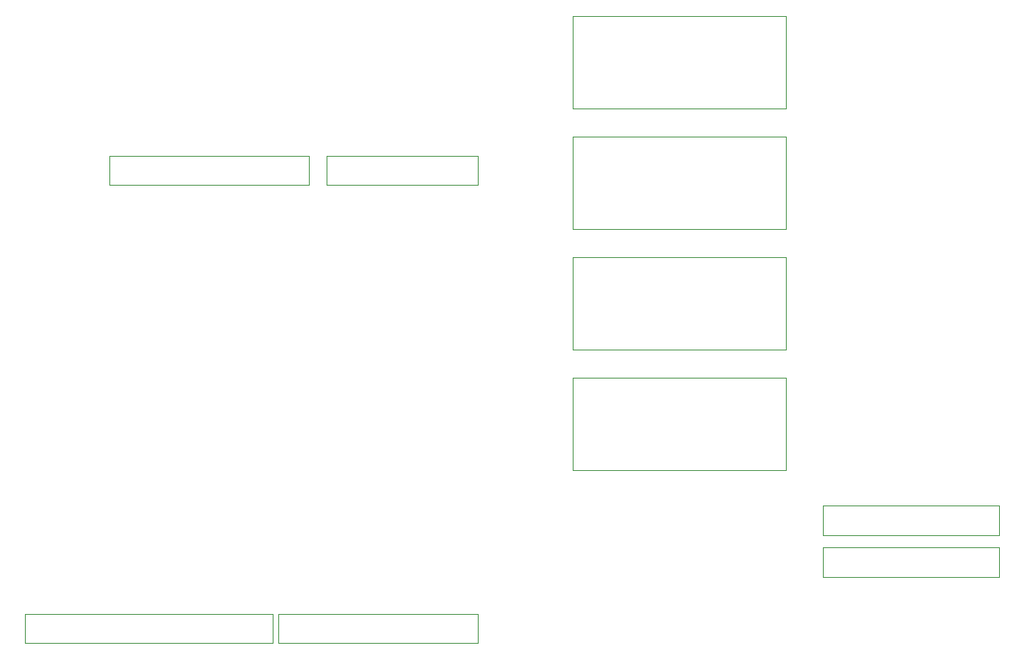
<source format=gbr>
G04 EasyPC Gerber Version 21.0.3 Build 4286 *
%FSLAX35Y35*%
%MOIN*%
%ADD80C,0.00197*%
X0Y0D02*
D02*
D80*
X18872Y54266D02*
Y66234D01*
X121628*
Y54266*
X18872*
X53872Y244266D02*
Y256234D01*
X136628*
Y244266*
X53872*
X123872Y54266D02*
Y66234D01*
X206628*
Y54266*
X123872*
X143872Y244266D02*
Y256234D01*
X206628*
Y244266*
X143872*
X246018Y126140D02*
Y164360D01*
X334482*
Y126140*
X246018*
Y176140D02*
Y214360D01*
X334482*
Y176140*
X246018*
Y226140D02*
Y264360D01*
X334482*
Y226140*
X246018*
Y276140D02*
Y314360D01*
X334482*
Y276140*
X246018*
X422719Y81648D02*
X349785D01*
Y93852*
X422719*
Y81648*
Y99148D02*
X349785D01*
Y111352*
X422719*
Y99148*
X0Y0D02*
M02*

</source>
